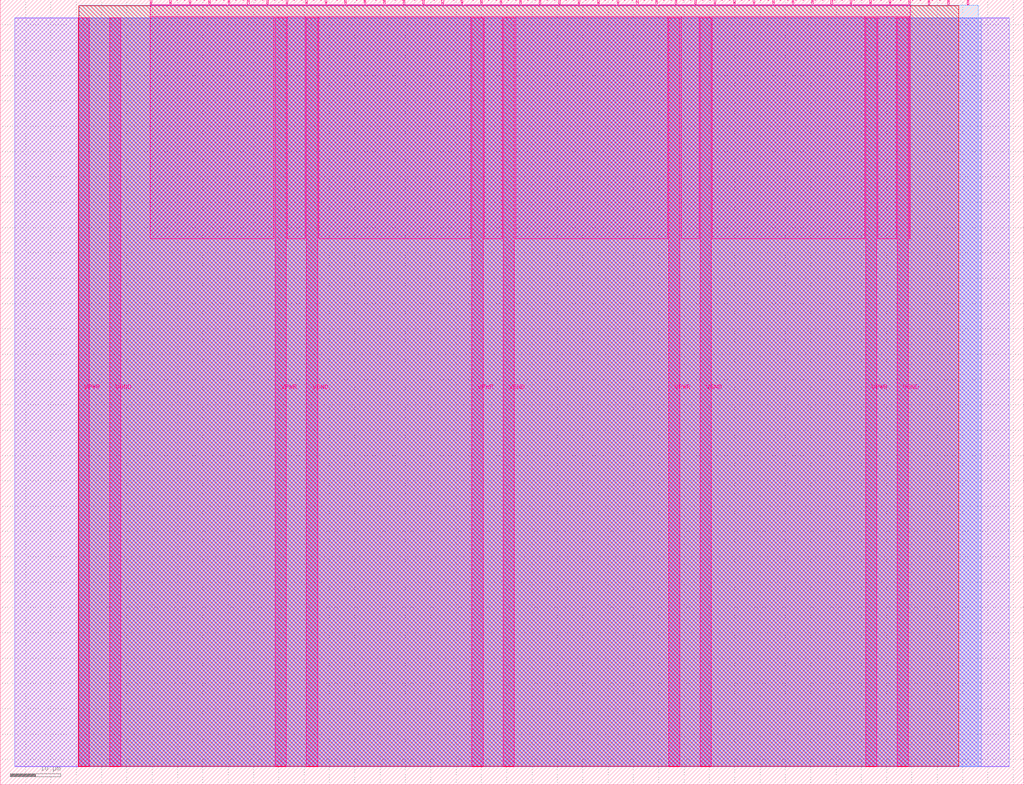
<source format=lef>
VERSION 5.7 ;
  NOWIREEXTENSIONATPIN ON ;
  DIVIDERCHAR "/" ;
  BUSBITCHARS "[]" ;
MACRO tt_um_alf19185_ALU
  CLASS BLOCK ;
  FOREIGN tt_um_alf19185_ALU ;
  ORIGIN 0.000 0.000 ;
  SIZE 202.080 BY 154.980 ;
  PIN VGND
    DIRECTION INOUT ;
    USE GROUND ;
    PORT
      LAYER Metal5 ;
        RECT 21.580 3.560 23.780 151.420 ;
    END
    PORT
      LAYER Metal5 ;
        RECT 60.450 3.560 62.650 151.420 ;
    END
    PORT
      LAYER Metal5 ;
        RECT 99.320 3.560 101.520 151.420 ;
    END
    PORT
      LAYER Metal5 ;
        RECT 138.190 3.560 140.390 151.420 ;
    END
    PORT
      LAYER Metal5 ;
        RECT 177.060 3.560 179.260 151.420 ;
    END
  END VGND
  PIN VPWR
    DIRECTION INOUT ;
    USE POWER ;
    PORT
      LAYER Metal5 ;
        RECT 15.380 3.560 17.580 151.420 ;
    END
    PORT
      LAYER Metal5 ;
        RECT 54.250 3.560 56.450 151.420 ;
    END
    PORT
      LAYER Metal5 ;
        RECT 93.120 3.560 95.320 151.420 ;
    END
    PORT
      LAYER Metal5 ;
        RECT 131.990 3.560 134.190 151.420 ;
    END
    PORT
      LAYER Metal5 ;
        RECT 170.860 3.560 173.060 151.420 ;
    END
  END VPWR
  PIN clk
    DIRECTION INPUT ;
    USE SIGNAL ;
    PORT
      LAYER Metal5 ;
        RECT 187.050 153.980 187.350 154.980 ;
    END
  END clk
  PIN ena
    DIRECTION INPUT ;
    USE SIGNAL ;
    PORT
      LAYER Metal5 ;
        RECT 190.890 153.980 191.190 154.980 ;
    END
  END ena
  PIN rst_n
    DIRECTION INPUT ;
    USE SIGNAL ;
    PORT
      LAYER Metal5 ;
        RECT 183.210 153.980 183.510 154.980 ;
    END
  END rst_n
  PIN ui_in[0]
    DIRECTION INPUT ;
    USE SIGNAL ;
    ANTENNAGATEAREA 0.314600 ;
    PORT
      LAYER Metal5 ;
        RECT 179.370 153.980 179.670 154.980 ;
    END
  END ui_in[0]
  PIN ui_in[1]
    DIRECTION INPUT ;
    USE SIGNAL ;
    ANTENNAGATEAREA 0.180700 ;
    PORT
      LAYER Metal5 ;
        RECT 175.530 153.980 175.830 154.980 ;
    END
  END ui_in[1]
  PIN ui_in[2]
    DIRECTION INPUT ;
    USE SIGNAL ;
    ANTENNAGATEAREA 0.180700 ;
    PORT
      LAYER Metal5 ;
        RECT 171.690 153.980 171.990 154.980 ;
    END
  END ui_in[2]
  PIN ui_in[3]
    DIRECTION INPUT ;
    USE SIGNAL ;
    ANTENNAGATEAREA 0.180700 ;
    PORT
      LAYER Metal5 ;
        RECT 167.850 153.980 168.150 154.980 ;
    END
  END ui_in[3]
  PIN ui_in[4]
    DIRECTION INPUT ;
    USE SIGNAL ;
    ANTENNAGATEAREA 0.213200 ;
    PORT
      LAYER Metal5 ;
        RECT 164.010 153.980 164.310 154.980 ;
    END
  END ui_in[4]
  PIN ui_in[5]
    DIRECTION INPUT ;
    USE SIGNAL ;
    ANTENNAGATEAREA 0.213200 ;
    PORT
      LAYER Metal5 ;
        RECT 160.170 153.980 160.470 154.980 ;
    END
  END ui_in[5]
  PIN ui_in[6]
    DIRECTION INPUT ;
    USE SIGNAL ;
    ANTENNAGATEAREA 0.180700 ;
    PORT
      LAYER Metal5 ;
        RECT 156.330 153.980 156.630 154.980 ;
    END
  END ui_in[6]
  PIN ui_in[7]
    DIRECTION INPUT ;
    USE SIGNAL ;
    ANTENNAGATEAREA 0.213200 ;
    PORT
      LAYER Metal5 ;
        RECT 152.490 153.980 152.790 154.980 ;
    END
  END ui_in[7]
  PIN uio_in[0]
    DIRECTION INPUT ;
    USE SIGNAL ;
    ANTENNAGATEAREA 0.213200 ;
    PORT
      LAYER Metal5 ;
        RECT 148.650 153.980 148.950 154.980 ;
    END
  END uio_in[0]
  PIN uio_in[1]
    DIRECTION INPUT ;
    USE SIGNAL ;
    ANTENNAGATEAREA 0.213200 ;
    PORT
      LAYER Metal5 ;
        RECT 144.810 153.980 145.110 154.980 ;
    END
  END uio_in[1]
  PIN uio_in[2]
    DIRECTION INPUT ;
    USE SIGNAL ;
    ANTENNAGATEAREA 0.180700 ;
    PORT
      LAYER Metal5 ;
        RECT 140.970 153.980 141.270 154.980 ;
    END
  END uio_in[2]
  PIN uio_in[3]
    DIRECTION INPUT ;
    USE SIGNAL ;
    PORT
      LAYER Metal5 ;
        RECT 137.130 153.980 137.430 154.980 ;
    END
  END uio_in[3]
  PIN uio_in[4]
    DIRECTION INPUT ;
    USE SIGNAL ;
    PORT
      LAYER Metal5 ;
        RECT 133.290 153.980 133.590 154.980 ;
    END
  END uio_in[4]
  PIN uio_in[5]
    DIRECTION INPUT ;
    USE SIGNAL ;
    PORT
      LAYER Metal5 ;
        RECT 129.450 153.980 129.750 154.980 ;
    END
  END uio_in[5]
  PIN uio_in[6]
    DIRECTION INPUT ;
    USE SIGNAL ;
    PORT
      LAYER Metal5 ;
        RECT 125.610 153.980 125.910 154.980 ;
    END
  END uio_in[6]
  PIN uio_in[7]
    DIRECTION INPUT ;
    USE SIGNAL ;
    PORT
      LAYER Metal5 ;
        RECT 121.770 153.980 122.070 154.980 ;
    END
  END uio_in[7]
  PIN uio_oe[0]
    DIRECTION OUTPUT ;
    USE SIGNAL ;
    ANTENNADIFFAREA 0.299200 ;
    PORT
      LAYER Metal5 ;
        RECT 56.490 153.980 56.790 154.980 ;
    END
  END uio_oe[0]
  PIN uio_oe[1]
    DIRECTION OUTPUT ;
    USE SIGNAL ;
    ANTENNADIFFAREA 0.299200 ;
    PORT
      LAYER Metal5 ;
        RECT 52.650 153.980 52.950 154.980 ;
    END
  END uio_oe[1]
  PIN uio_oe[2]
    DIRECTION OUTPUT ;
    USE SIGNAL ;
    ANTENNADIFFAREA 0.299200 ;
    PORT
      LAYER Metal5 ;
        RECT 48.810 153.980 49.110 154.980 ;
    END
  END uio_oe[2]
  PIN uio_oe[3]
    DIRECTION OUTPUT ;
    USE SIGNAL ;
    ANTENNADIFFAREA 0.299200 ;
    PORT
      LAYER Metal5 ;
        RECT 44.970 153.980 45.270 154.980 ;
    END
  END uio_oe[3]
  PIN uio_oe[4]
    DIRECTION OUTPUT ;
    USE SIGNAL ;
    ANTENNADIFFAREA 0.299200 ;
    PORT
      LAYER Metal5 ;
        RECT 41.130 153.980 41.430 154.980 ;
    END
  END uio_oe[4]
  PIN uio_oe[5]
    DIRECTION OUTPUT ;
    USE SIGNAL ;
    ANTENNADIFFAREA 0.299200 ;
    PORT
      LAYER Metal5 ;
        RECT 37.290 153.980 37.590 154.980 ;
    END
  END uio_oe[5]
  PIN uio_oe[6]
    DIRECTION OUTPUT ;
    USE SIGNAL ;
    ANTENNADIFFAREA 0.299200 ;
    PORT
      LAYER Metal5 ;
        RECT 33.450 153.980 33.750 154.980 ;
    END
  END uio_oe[6]
  PIN uio_oe[7]
    DIRECTION OUTPUT ;
    USE SIGNAL ;
    ANTENNADIFFAREA 0.299200 ;
    PORT
      LAYER Metal5 ;
        RECT 29.610 153.980 29.910 154.980 ;
    END
  END uio_oe[7]
  PIN uio_out[0]
    DIRECTION OUTPUT ;
    USE SIGNAL ;
    ANTENNADIFFAREA 0.299200 ;
    PORT
      LAYER Metal5 ;
        RECT 87.210 153.980 87.510 154.980 ;
    END
  END uio_out[0]
  PIN uio_out[1]
    DIRECTION OUTPUT ;
    USE SIGNAL ;
    ANTENNADIFFAREA 0.299200 ;
    PORT
      LAYER Metal5 ;
        RECT 83.370 153.980 83.670 154.980 ;
    END
  END uio_out[1]
  PIN uio_out[2]
    DIRECTION OUTPUT ;
    USE SIGNAL ;
    ANTENNADIFFAREA 0.299200 ;
    PORT
      LAYER Metal5 ;
        RECT 79.530 153.980 79.830 154.980 ;
    END
  END uio_out[2]
  PIN uio_out[3]
    DIRECTION OUTPUT ;
    USE SIGNAL ;
    ANTENNADIFFAREA 0.299200 ;
    PORT
      LAYER Metal5 ;
        RECT 75.690 153.980 75.990 154.980 ;
    END
  END uio_out[3]
  PIN uio_out[4]
    DIRECTION OUTPUT ;
    USE SIGNAL ;
    ANTENNADIFFAREA 0.299200 ;
    PORT
      LAYER Metal5 ;
        RECT 71.850 153.980 72.150 154.980 ;
    END
  END uio_out[4]
  PIN uio_out[5]
    DIRECTION OUTPUT ;
    USE SIGNAL ;
    ANTENNADIFFAREA 0.299200 ;
    PORT
      LAYER Metal5 ;
        RECT 68.010 153.980 68.310 154.980 ;
    END
  END uio_out[5]
  PIN uio_out[6]
    DIRECTION OUTPUT ;
    USE SIGNAL ;
    ANTENNADIFFAREA 0.299200 ;
    PORT
      LAYER Metal5 ;
        RECT 64.170 153.980 64.470 154.980 ;
    END
  END uio_out[6]
  PIN uio_out[7]
    DIRECTION OUTPUT ;
    USE SIGNAL ;
    ANTENNADIFFAREA 0.299200 ;
    PORT
      LAYER Metal5 ;
        RECT 60.330 153.980 60.630 154.980 ;
    END
  END uio_out[7]
  PIN uo_out[0]
    DIRECTION OUTPUT ;
    USE SIGNAL ;
    ANTENNADIFFAREA 0.958400 ;
    PORT
      LAYER Metal5 ;
        RECT 117.930 153.980 118.230 154.980 ;
    END
  END uo_out[0]
  PIN uo_out[1]
    DIRECTION OUTPUT ;
    USE SIGNAL ;
    ANTENNADIFFAREA 0.958400 ;
    PORT
      LAYER Metal5 ;
        RECT 114.090 153.980 114.390 154.980 ;
    END
  END uo_out[1]
  PIN uo_out[2]
    DIRECTION OUTPUT ;
    USE SIGNAL ;
    ANTENNADIFFAREA 0.958400 ;
    PORT
      LAYER Metal5 ;
        RECT 110.250 153.980 110.550 154.980 ;
    END
  END uo_out[2]
  PIN uo_out[3]
    DIRECTION OUTPUT ;
    USE SIGNAL ;
    ANTENNADIFFAREA 1.135700 ;
    PORT
      LAYER Metal5 ;
        RECT 106.410 153.980 106.710 154.980 ;
    END
  END uo_out[3]
  PIN uo_out[4]
    DIRECTION OUTPUT ;
    USE SIGNAL ;
    ANTENNADIFFAREA 0.988000 ;
    PORT
      LAYER Metal5 ;
        RECT 102.570 153.980 102.870 154.980 ;
    END
  END uo_out[4]
  PIN uo_out[5]
    DIRECTION OUTPUT ;
    USE SIGNAL ;
    ANTENNADIFFAREA 0.677200 ;
    PORT
      LAYER Metal5 ;
        RECT 98.730 153.980 99.030 154.980 ;
    END
  END uo_out[5]
  PIN uo_out[6]
    DIRECTION OUTPUT ;
    USE SIGNAL ;
    ANTENNADIFFAREA 0.299200 ;
    PORT
      LAYER Metal5 ;
        RECT 94.890 153.980 95.190 154.980 ;
    END
  END uo_out[6]
  PIN uo_out[7]
    DIRECTION OUTPUT ;
    USE SIGNAL ;
    ANTENNADIFFAREA 0.654800 ;
    PORT
      LAYER Metal5 ;
        RECT 91.050 153.980 91.350 154.980 ;
    END
  END uo_out[7]
  OBS
      LAYER GatPoly ;
        RECT 2.880 3.630 199.200 151.350 ;
      LAYER Metal1 ;
        RECT 2.880 3.560 199.200 151.420 ;
      LAYER Metal2 ;
        RECT 15.515 3.680 193.715 151.300 ;
      LAYER Metal3 ;
        RECT 15.560 3.635 193.060 153.865 ;
      LAYER Metal4 ;
        RECT 15.515 3.680 189.265 153.820 ;
      LAYER Metal5 ;
        RECT 30.120 153.770 33.240 153.980 ;
        RECT 33.960 153.770 37.080 153.980 ;
        RECT 37.800 153.770 40.920 153.980 ;
        RECT 41.640 153.770 44.760 153.980 ;
        RECT 45.480 153.770 48.600 153.980 ;
        RECT 49.320 153.770 52.440 153.980 ;
        RECT 53.160 153.770 56.280 153.980 ;
        RECT 57.000 153.770 60.120 153.980 ;
        RECT 60.840 153.770 63.960 153.980 ;
        RECT 64.680 153.770 67.800 153.980 ;
        RECT 68.520 153.770 71.640 153.980 ;
        RECT 72.360 153.770 75.480 153.980 ;
        RECT 76.200 153.770 79.320 153.980 ;
        RECT 80.040 153.770 83.160 153.980 ;
        RECT 83.880 153.770 87.000 153.980 ;
        RECT 87.720 153.770 90.840 153.980 ;
        RECT 91.560 153.770 94.680 153.980 ;
        RECT 95.400 153.770 98.520 153.980 ;
        RECT 99.240 153.770 102.360 153.980 ;
        RECT 103.080 153.770 106.200 153.980 ;
        RECT 106.920 153.770 110.040 153.980 ;
        RECT 110.760 153.770 113.880 153.980 ;
        RECT 114.600 153.770 117.720 153.980 ;
        RECT 118.440 153.770 121.560 153.980 ;
        RECT 122.280 153.770 125.400 153.980 ;
        RECT 126.120 153.770 129.240 153.980 ;
        RECT 129.960 153.770 133.080 153.980 ;
        RECT 133.800 153.770 136.920 153.980 ;
        RECT 137.640 153.770 140.760 153.980 ;
        RECT 141.480 153.770 144.600 153.980 ;
        RECT 145.320 153.770 148.440 153.980 ;
        RECT 149.160 153.770 152.280 153.980 ;
        RECT 153.000 153.770 156.120 153.980 ;
        RECT 156.840 153.770 159.960 153.980 ;
        RECT 160.680 153.770 163.800 153.980 ;
        RECT 164.520 153.770 167.640 153.980 ;
        RECT 168.360 153.770 171.480 153.980 ;
        RECT 172.200 153.770 175.320 153.980 ;
        RECT 176.040 153.770 179.160 153.980 ;
        RECT 29.660 151.630 179.620 153.770 ;
        RECT 29.660 107.795 54.040 151.630 ;
        RECT 56.660 107.795 60.240 151.630 ;
        RECT 62.860 107.795 92.910 151.630 ;
        RECT 95.530 107.795 99.110 151.630 ;
        RECT 101.730 107.795 131.780 151.630 ;
        RECT 134.400 107.795 137.980 151.630 ;
        RECT 140.600 107.795 170.650 151.630 ;
        RECT 173.270 107.795 176.850 151.630 ;
        RECT 179.470 107.795 179.620 151.630 ;
  END
END tt_um_alf19185_ALU
END LIBRARY


</source>
